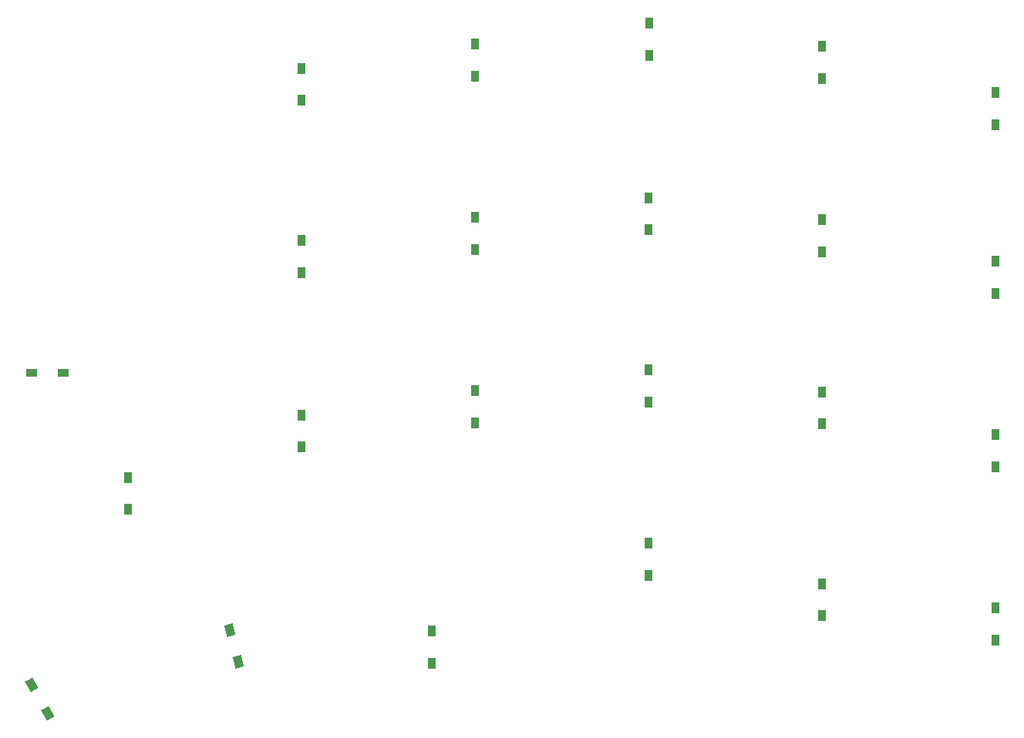
<source format=gbr>
%TF.GenerationSoftware,KiCad,Pcbnew,7.0.10*%
%TF.CreationDate,2024-09-26T01:27:18+09:00*%
%TF.ProjectId,keyboard_denchi_right,6b657962-6f61-4726-945f-64656e636869,rev?*%
%TF.SameCoordinates,Original*%
%TF.FileFunction,Paste,Top*%
%TF.FilePolarity,Positive*%
%FSLAX46Y46*%
G04 Gerber Fmt 4.6, Leading zero omitted, Abs format (unit mm)*
G04 Created by KiCad (PCBNEW 7.0.10) date 2024-09-26 01:27:18*
%MOMM*%
%LPD*%
G01*
G04 APERTURE LIST*
G04 Aperture macros list*
%AMRotRect*
0 Rectangle, with rotation*
0 The origin of the aperture is its center*
0 $1 length*
0 $2 width*
0 $3 Rotation angle, in degrees counterclockwise*
0 Add horizontal line*
21,1,$1,$2,0,0,$3*%
G04 Aperture macros list end*
%ADD10R,0.950000X1.300000*%
%ADD11RotRect,1.300000X0.950000X285.000000*%
%ADD12RotRect,1.300000X0.950000X300.000000*%
%ADD13R,1.300000X0.950000*%
G04 APERTURE END LIST*
D10*
%TO.C,rD15*%
X135356000Y-112628000D03*
X135356000Y-116178000D03*
%TD*%
%TO.C,rD4*%
X154406000Y-71861000D03*
X154406000Y-75411000D03*
%TD*%
%TO.C,rD19*%
X173456000Y-126725000D03*
X173456000Y-130275000D03*
%TD*%
%TO.C,rD10*%
X135356000Y-93451000D03*
X135356000Y-97001000D03*
%TD*%
%TO.C,rD13*%
X173456000Y-107675000D03*
X173456000Y-111225000D03*
%TD*%
%TO.C,rD8*%
X173456000Y-88752000D03*
X173456000Y-92302000D03*
%TD*%
D11*
%TO.C,rD21*%
X127530596Y-136310482D03*
X128449404Y-139739518D03*
%TD*%
D10*
%TO.C,rD20*%
X149707000Y-136377000D03*
X149707000Y-139927000D03*
%TD*%
%TO.C,rD7*%
X192506000Y-91165000D03*
X192506000Y-94715000D03*
%TD*%
%TO.C,rD17*%
X211556000Y-133837000D03*
X211556000Y-137387000D03*
%TD*%
%TO.C,rD14*%
X154406000Y-109961000D03*
X154406000Y-113511000D03*
%TD*%
%TO.C,rD2*%
X192506000Y-72115000D03*
X192506000Y-75665000D03*
%TD*%
D12*
%TO.C,rD22*%
X105767335Y-142330640D03*
X107542335Y-145405030D03*
%TD*%
D10*
%TO.C,rD6*%
X211556000Y-95737000D03*
X211556000Y-99287000D03*
%TD*%
%TO.C,rD16*%
X116306000Y-119486000D03*
X116306000Y-123036000D03*
%TD*%
D13*
%TO.C,rD23*%
X105714000Y-108053000D03*
X109264000Y-108053000D03*
%TD*%
D10*
%TO.C,rD3*%
X173583000Y-69575000D03*
X173583000Y-73125000D03*
%TD*%
%TO.C,rD9*%
X154406000Y-90911000D03*
X154406000Y-94461000D03*
%TD*%
%TO.C,rD5*%
X135356000Y-74528000D03*
X135356000Y-78078000D03*
%TD*%
%TO.C,rD18*%
X192506000Y-131170000D03*
X192506000Y-134720000D03*
%TD*%
%TO.C,rD12*%
X192506000Y-110088000D03*
X192506000Y-113638000D03*
%TD*%
%TO.C,rD1*%
X211556000Y-77195000D03*
X211556000Y-80745000D03*
%TD*%
%TO.C,rD11*%
X211556000Y-114787000D03*
X211556000Y-118337000D03*
%TD*%
M02*

</source>
